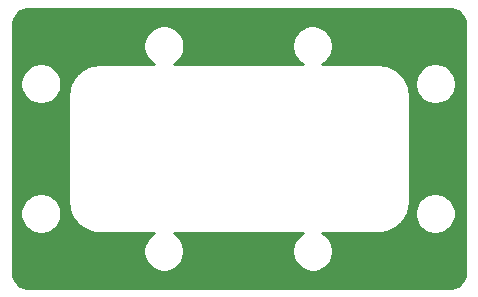
<source format=gtl>
G04 #@! TF.GenerationSoftware,KiCad,Pcbnew,(5.1.12)-1*
G04 #@! TF.CreationDate,2022-04-03T11:08:51+08:00*
G04 #@! TF.ProjectId,Nozzle,4e6f7a7a-6c65-42e6-9b69-6361645f7063,Gen3.1b*
G04 #@! TF.SameCoordinates,Original*
G04 #@! TF.FileFunction,Copper,L1,Top*
G04 #@! TF.FilePolarity,Positive*
%FSLAX46Y46*%
G04 Gerber Fmt 4.6, Leading zero omitted, Abs format (unit mm)*
G04 Created by KiCad (PCBNEW (5.1.12)-1) date 2022-04-03 11:08:51*
%MOMM*%
%LPD*%
G01*
G04 APERTURE LIST*
G04 #@! TA.AperFunction,NonConductor*
%ADD10C,0.254000*%
G04 #@! TD*
G04 #@! TA.AperFunction,NonConductor*
%ADD11C,0.100000*%
G04 #@! TD*
G04 APERTURE END LIST*
D10*
X155967259Y-80215205D02*
X156217029Y-80290615D01*
X156447392Y-80413102D01*
X156649580Y-80578002D01*
X156815886Y-80779030D01*
X156939978Y-81008534D01*
X157017131Y-81257775D01*
X157047601Y-81547678D01*
X157047600Y-102494321D01*
X157018975Y-102786260D01*
X156943565Y-103036029D01*
X156821077Y-103266394D01*
X156656179Y-103468579D01*
X156455146Y-103634888D01*
X156225646Y-103758978D01*
X155976405Y-103836131D01*
X155686511Y-103866600D01*
X120141889Y-103866600D01*
X119849950Y-103837975D01*
X119600181Y-103762565D01*
X119369816Y-103640077D01*
X119167631Y-103475179D01*
X119001322Y-103274146D01*
X118877232Y-103044646D01*
X118800079Y-102795405D01*
X118769610Y-102505511D01*
X118769610Y-97352417D01*
X119410300Y-97352417D01*
X119410300Y-97694183D01*
X119476975Y-98029381D01*
X119607763Y-98345131D01*
X119797637Y-98629298D01*
X120039302Y-98870963D01*
X120323469Y-99060837D01*
X120639219Y-99191625D01*
X120974417Y-99258300D01*
X121316183Y-99258300D01*
X121651381Y-99191625D01*
X121967131Y-99060837D01*
X122251298Y-98870963D01*
X122492963Y-98629298D01*
X122682837Y-98345131D01*
X122813625Y-98029381D01*
X122880300Y-97694183D01*
X122880300Y-97352417D01*
X122813625Y-97017219D01*
X122682837Y-96701469D01*
X122587655Y-96559018D01*
X123449601Y-96559018D01*
X123452453Y-96587972D01*
X123452366Y-96600381D01*
X123453266Y-96609552D01*
X123494067Y-96997745D01*
X123506088Y-97056308D01*
X123517303Y-97115101D01*
X123519967Y-97123923D01*
X123635391Y-97496798D01*
X123658576Y-97551953D01*
X123680980Y-97607406D01*
X123685307Y-97615543D01*
X123870958Y-97958898D01*
X123904381Y-98008449D01*
X123937163Y-98058546D01*
X123942988Y-98065687D01*
X124191795Y-98366441D01*
X124234230Y-98408581D01*
X124276093Y-98451330D01*
X124283193Y-98457204D01*
X124585678Y-98703905D01*
X124635505Y-98737009D01*
X124684860Y-98770804D01*
X124692966Y-98775187D01*
X125037608Y-98958437D01*
X125092912Y-98981231D01*
X125147896Y-99004798D01*
X125156699Y-99007523D01*
X125530371Y-99120341D01*
X125589059Y-99131961D01*
X125647562Y-99144397D01*
X125656727Y-99145360D01*
X126045196Y-99183450D01*
X126045199Y-99183450D01*
X126077182Y-99186600D01*
X130724115Y-99186600D01*
X130440602Y-99376037D01*
X130198937Y-99617702D01*
X130009063Y-99901869D01*
X129878275Y-100217619D01*
X129811600Y-100552817D01*
X129811600Y-100894583D01*
X129878275Y-101229781D01*
X130009063Y-101545531D01*
X130198937Y-101829698D01*
X130440602Y-102071363D01*
X130724769Y-102261237D01*
X131040519Y-102392025D01*
X131375717Y-102458700D01*
X131717483Y-102458700D01*
X132052681Y-102392025D01*
X132368431Y-102261237D01*
X132652598Y-102071363D01*
X132894263Y-101829698D01*
X133084137Y-101545531D01*
X133214925Y-101229781D01*
X133281600Y-100894583D01*
X133281600Y-100552817D01*
X133214925Y-100217619D01*
X133084137Y-99901869D01*
X132894263Y-99617702D01*
X132652598Y-99376037D01*
X132369085Y-99186600D01*
X143322515Y-99186600D01*
X143039002Y-99376037D01*
X142797337Y-99617702D01*
X142607463Y-99901869D01*
X142476675Y-100217619D01*
X142410000Y-100552817D01*
X142410000Y-100894583D01*
X142476675Y-101229781D01*
X142607463Y-101545531D01*
X142797337Y-101829698D01*
X143039002Y-102071363D01*
X143323169Y-102261237D01*
X143638919Y-102392025D01*
X143974117Y-102458700D01*
X144315883Y-102458700D01*
X144651081Y-102392025D01*
X144966831Y-102261237D01*
X145250998Y-102071363D01*
X145492663Y-101829698D01*
X145682537Y-101545531D01*
X145813325Y-101229781D01*
X145880000Y-100894583D01*
X145880000Y-100552817D01*
X145813325Y-100217619D01*
X145682537Y-99901869D01*
X145492663Y-99617702D01*
X145250998Y-99376037D01*
X144967485Y-99186600D01*
X149740019Y-99186600D01*
X149768973Y-99183748D01*
X149781381Y-99183835D01*
X149790552Y-99182935D01*
X150178745Y-99142134D01*
X150237308Y-99130113D01*
X150296101Y-99118898D01*
X150304923Y-99116234D01*
X150677798Y-99000810D01*
X150732953Y-98977625D01*
X150788406Y-98955221D01*
X150796543Y-98950894D01*
X151139898Y-98765243D01*
X151189449Y-98731820D01*
X151239546Y-98699038D01*
X151246687Y-98693213D01*
X151547441Y-98444406D01*
X151589581Y-98401971D01*
X151632330Y-98360108D01*
X151638204Y-98353008D01*
X151884905Y-98050523D01*
X151918009Y-98000696D01*
X151951804Y-97951341D01*
X151956187Y-97943235D01*
X152139437Y-97598593D01*
X152162231Y-97543289D01*
X152185798Y-97488305D01*
X152188523Y-97479502D01*
X152226892Y-97352417D01*
X152798600Y-97352417D01*
X152798600Y-97694183D01*
X152865275Y-98029381D01*
X152996063Y-98345131D01*
X153185937Y-98629298D01*
X153427602Y-98870963D01*
X153711769Y-99060837D01*
X154027519Y-99191625D01*
X154362717Y-99258300D01*
X154704483Y-99258300D01*
X155039681Y-99191625D01*
X155355431Y-99060837D01*
X155639598Y-98870963D01*
X155881263Y-98629298D01*
X156071137Y-98345131D01*
X156201925Y-98029381D01*
X156268600Y-97694183D01*
X156268600Y-97352417D01*
X156201925Y-97017219D01*
X156071137Y-96701469D01*
X155881263Y-96417302D01*
X155639598Y-96175637D01*
X155355431Y-95985763D01*
X155039681Y-95854975D01*
X154704483Y-95788300D01*
X154362717Y-95788300D01*
X154027519Y-95854975D01*
X153711769Y-95985763D01*
X153427602Y-96175637D01*
X153185937Y-96417302D01*
X152996063Y-96701469D01*
X152865275Y-97017219D01*
X152798600Y-97352417D01*
X152226892Y-97352417D01*
X152301341Y-97105830D01*
X152312961Y-97047142D01*
X152325397Y-96988639D01*
X152326360Y-96979474D01*
X152364450Y-96591005D01*
X152364450Y-96591002D01*
X152367600Y-96559019D01*
X152367600Y-87494182D01*
X152364748Y-87465228D01*
X152364835Y-87452820D01*
X152363935Y-87443648D01*
X152323134Y-87055456D01*
X152311114Y-86996900D01*
X152299898Y-86938099D01*
X152297234Y-86929278D01*
X152181810Y-86556403D01*
X152158625Y-86501248D01*
X152136221Y-86445795D01*
X152131894Y-86437659D01*
X152131894Y-86437658D01*
X152131891Y-86437654D01*
X152086778Y-86354217D01*
X152811300Y-86354217D01*
X152811300Y-86695983D01*
X152877975Y-87031181D01*
X153008763Y-87346931D01*
X153198637Y-87631098D01*
X153440302Y-87872763D01*
X153724469Y-88062637D01*
X154040219Y-88193425D01*
X154375417Y-88260100D01*
X154717183Y-88260100D01*
X155052381Y-88193425D01*
X155368131Y-88062637D01*
X155652298Y-87872763D01*
X155893963Y-87631098D01*
X156083837Y-87346931D01*
X156214625Y-87031181D01*
X156281300Y-86695983D01*
X156281300Y-86354217D01*
X156214625Y-86019019D01*
X156083837Y-85703269D01*
X155893963Y-85419102D01*
X155652298Y-85177437D01*
X155368131Y-84987563D01*
X155052381Y-84856775D01*
X154717183Y-84790100D01*
X154375417Y-84790100D01*
X154040219Y-84856775D01*
X153724469Y-84987563D01*
X153440302Y-85177437D01*
X153198637Y-85419102D01*
X153008763Y-85703269D01*
X152877975Y-86019019D01*
X152811300Y-86354217D01*
X152086778Y-86354217D01*
X151946243Y-86094303D01*
X151912787Y-86044702D01*
X151880037Y-85994655D01*
X151874213Y-85987514D01*
X151625406Y-85686759D01*
X151582971Y-85644620D01*
X151541108Y-85601870D01*
X151534007Y-85595997D01*
X151231523Y-85349296D01*
X151181707Y-85316199D01*
X151132341Y-85282396D01*
X151124235Y-85278014D01*
X150779593Y-85094764D01*
X150724287Y-85071969D01*
X150669304Y-85048403D01*
X150660501Y-85045678D01*
X150286830Y-84932860D01*
X150228142Y-84921240D01*
X150169639Y-84908804D01*
X150160474Y-84907841D01*
X149772005Y-84869751D01*
X149772002Y-84869751D01*
X149740019Y-84866601D01*
X144943595Y-84866601D01*
X144954131Y-84862237D01*
X145238298Y-84672363D01*
X145479963Y-84430698D01*
X145669837Y-84146531D01*
X145800625Y-83830781D01*
X145867300Y-83495583D01*
X145867300Y-83153817D01*
X145800625Y-82818619D01*
X145669837Y-82502869D01*
X145479963Y-82218702D01*
X145238298Y-81977037D01*
X144954131Y-81787163D01*
X144638381Y-81656375D01*
X144303183Y-81589700D01*
X143961417Y-81589700D01*
X143626219Y-81656375D01*
X143310469Y-81787163D01*
X143026302Y-81977037D01*
X142784637Y-82218702D01*
X142594763Y-82502869D01*
X142463975Y-82818619D01*
X142397300Y-83153817D01*
X142397300Y-83495583D01*
X142463975Y-83830781D01*
X142594763Y-84146531D01*
X142784637Y-84430698D01*
X143026302Y-84672363D01*
X143310469Y-84862237D01*
X143321005Y-84866601D01*
X132370595Y-84866601D01*
X132381131Y-84862237D01*
X132665298Y-84672363D01*
X132906963Y-84430698D01*
X133096837Y-84146531D01*
X133227625Y-83830781D01*
X133294300Y-83495583D01*
X133294300Y-83153817D01*
X133227625Y-82818619D01*
X133096837Y-82502869D01*
X132906963Y-82218702D01*
X132665298Y-81977037D01*
X132381131Y-81787163D01*
X132065381Y-81656375D01*
X131730183Y-81589700D01*
X131388417Y-81589700D01*
X131053219Y-81656375D01*
X130737469Y-81787163D01*
X130453302Y-81977037D01*
X130211637Y-82218702D01*
X130021763Y-82502869D01*
X129890975Y-82818619D01*
X129824300Y-83153817D01*
X129824300Y-83495583D01*
X129890975Y-83830781D01*
X130021763Y-84146531D01*
X130211637Y-84430698D01*
X130453302Y-84672363D01*
X130737469Y-84862237D01*
X130748005Y-84866601D01*
X126077182Y-84866601D01*
X126048228Y-84869453D01*
X126035820Y-84869366D01*
X126026648Y-84870266D01*
X125638456Y-84911067D01*
X125579900Y-84923087D01*
X125521099Y-84934303D01*
X125512278Y-84936967D01*
X125139403Y-85052391D01*
X125084248Y-85075576D01*
X125028795Y-85097980D01*
X125020663Y-85102305D01*
X125020658Y-85102307D01*
X125020654Y-85102310D01*
X124677303Y-85287958D01*
X124627702Y-85321414D01*
X124577655Y-85354164D01*
X124570514Y-85359988D01*
X124269759Y-85608795D01*
X124227620Y-85651230D01*
X124184870Y-85693093D01*
X124178997Y-85700194D01*
X123932296Y-86002678D01*
X123899199Y-86052494D01*
X123865396Y-86101860D01*
X123861014Y-86109966D01*
X123677764Y-86454608D01*
X123654969Y-86509914D01*
X123631403Y-86564897D01*
X123628678Y-86573700D01*
X123515860Y-86947371D01*
X123504240Y-87006059D01*
X123491804Y-87064562D01*
X123490841Y-87073727D01*
X123452751Y-87462196D01*
X123452751Y-87462209D01*
X123449602Y-87494182D01*
X123449601Y-96559018D01*
X122587655Y-96559018D01*
X122492963Y-96417302D01*
X122251298Y-96175637D01*
X121967131Y-95985763D01*
X121651381Y-95854975D01*
X121316183Y-95788300D01*
X120974417Y-95788300D01*
X120639219Y-95854975D01*
X120323469Y-95985763D01*
X120039302Y-96175637D01*
X119797637Y-96417302D01*
X119607763Y-96701469D01*
X119476975Y-97017219D01*
X119410300Y-97352417D01*
X118769610Y-97352417D01*
X118769610Y-86354217D01*
X119410300Y-86354217D01*
X119410300Y-86695983D01*
X119476975Y-87031181D01*
X119607763Y-87346931D01*
X119797637Y-87631098D01*
X120039302Y-87872763D01*
X120323469Y-88062637D01*
X120639219Y-88193425D01*
X120974417Y-88260100D01*
X121316183Y-88260100D01*
X121651381Y-88193425D01*
X121967131Y-88062637D01*
X122251298Y-87872763D01*
X122492963Y-87631098D01*
X122682837Y-87346931D01*
X122813625Y-87031181D01*
X122880300Y-86695983D01*
X122880300Y-86354217D01*
X122813625Y-86019019D01*
X122682837Y-85703269D01*
X122492963Y-85419102D01*
X122251298Y-85177437D01*
X121967131Y-84987563D01*
X121651381Y-84856775D01*
X121316183Y-84790100D01*
X120974417Y-84790100D01*
X120639219Y-84856775D01*
X120323469Y-84987563D01*
X120039302Y-85177437D01*
X119797637Y-85419102D01*
X119607763Y-85703269D01*
X119476975Y-86019019D01*
X119410300Y-86354217D01*
X118769610Y-86354217D01*
X118769610Y-81558859D01*
X118798235Y-81266921D01*
X118873645Y-81017151D01*
X118996132Y-80786788D01*
X119161032Y-80584600D01*
X119362060Y-80418294D01*
X119591564Y-80294202D01*
X119840805Y-80217049D01*
X120130698Y-80186580D01*
X155675321Y-80186580D01*
X155967259Y-80215205D01*
G04 #@! TA.AperFunction,NonConductor*
D11*
G36*
X155967259Y-80215205D02*
G01*
X156217029Y-80290615D01*
X156447392Y-80413102D01*
X156649580Y-80578002D01*
X156815886Y-80779030D01*
X156939978Y-81008534D01*
X157017131Y-81257775D01*
X157047601Y-81547678D01*
X157047600Y-102494321D01*
X157018975Y-102786260D01*
X156943565Y-103036029D01*
X156821077Y-103266394D01*
X156656179Y-103468579D01*
X156455146Y-103634888D01*
X156225646Y-103758978D01*
X155976405Y-103836131D01*
X155686511Y-103866600D01*
X120141889Y-103866600D01*
X119849950Y-103837975D01*
X119600181Y-103762565D01*
X119369816Y-103640077D01*
X119167631Y-103475179D01*
X119001322Y-103274146D01*
X118877232Y-103044646D01*
X118800079Y-102795405D01*
X118769610Y-102505511D01*
X118769610Y-97352417D01*
X119410300Y-97352417D01*
X119410300Y-97694183D01*
X119476975Y-98029381D01*
X119607763Y-98345131D01*
X119797637Y-98629298D01*
X120039302Y-98870963D01*
X120323469Y-99060837D01*
X120639219Y-99191625D01*
X120974417Y-99258300D01*
X121316183Y-99258300D01*
X121651381Y-99191625D01*
X121967131Y-99060837D01*
X122251298Y-98870963D01*
X122492963Y-98629298D01*
X122682837Y-98345131D01*
X122813625Y-98029381D01*
X122880300Y-97694183D01*
X122880300Y-97352417D01*
X122813625Y-97017219D01*
X122682837Y-96701469D01*
X122587655Y-96559018D01*
X123449601Y-96559018D01*
X123452453Y-96587972D01*
X123452366Y-96600381D01*
X123453266Y-96609552D01*
X123494067Y-96997745D01*
X123506088Y-97056308D01*
X123517303Y-97115101D01*
X123519967Y-97123923D01*
X123635391Y-97496798D01*
X123658576Y-97551953D01*
X123680980Y-97607406D01*
X123685307Y-97615543D01*
X123870958Y-97958898D01*
X123904381Y-98008449D01*
X123937163Y-98058546D01*
X123942988Y-98065687D01*
X124191795Y-98366441D01*
X124234230Y-98408581D01*
X124276093Y-98451330D01*
X124283193Y-98457204D01*
X124585678Y-98703905D01*
X124635505Y-98737009D01*
X124684860Y-98770804D01*
X124692966Y-98775187D01*
X125037608Y-98958437D01*
X125092912Y-98981231D01*
X125147896Y-99004798D01*
X125156699Y-99007523D01*
X125530371Y-99120341D01*
X125589059Y-99131961D01*
X125647562Y-99144397D01*
X125656727Y-99145360D01*
X126045196Y-99183450D01*
X126045199Y-99183450D01*
X126077182Y-99186600D01*
X130724115Y-99186600D01*
X130440602Y-99376037D01*
X130198937Y-99617702D01*
X130009063Y-99901869D01*
X129878275Y-100217619D01*
X129811600Y-100552817D01*
X129811600Y-100894583D01*
X129878275Y-101229781D01*
X130009063Y-101545531D01*
X130198937Y-101829698D01*
X130440602Y-102071363D01*
X130724769Y-102261237D01*
X131040519Y-102392025D01*
X131375717Y-102458700D01*
X131717483Y-102458700D01*
X132052681Y-102392025D01*
X132368431Y-102261237D01*
X132652598Y-102071363D01*
X132894263Y-101829698D01*
X133084137Y-101545531D01*
X133214925Y-101229781D01*
X133281600Y-100894583D01*
X133281600Y-100552817D01*
X133214925Y-100217619D01*
X133084137Y-99901869D01*
X132894263Y-99617702D01*
X132652598Y-99376037D01*
X132369085Y-99186600D01*
X143322515Y-99186600D01*
X143039002Y-99376037D01*
X142797337Y-99617702D01*
X142607463Y-99901869D01*
X142476675Y-100217619D01*
X142410000Y-100552817D01*
X142410000Y-100894583D01*
X142476675Y-101229781D01*
X142607463Y-101545531D01*
X142797337Y-101829698D01*
X143039002Y-102071363D01*
X143323169Y-102261237D01*
X143638919Y-102392025D01*
X143974117Y-102458700D01*
X144315883Y-102458700D01*
X144651081Y-102392025D01*
X144966831Y-102261237D01*
X145250998Y-102071363D01*
X145492663Y-101829698D01*
X145682537Y-101545531D01*
X145813325Y-101229781D01*
X145880000Y-100894583D01*
X145880000Y-100552817D01*
X145813325Y-100217619D01*
X145682537Y-99901869D01*
X145492663Y-99617702D01*
X145250998Y-99376037D01*
X144967485Y-99186600D01*
X149740019Y-99186600D01*
X149768973Y-99183748D01*
X149781381Y-99183835D01*
X149790552Y-99182935D01*
X150178745Y-99142134D01*
X150237308Y-99130113D01*
X150296101Y-99118898D01*
X150304923Y-99116234D01*
X150677798Y-99000810D01*
X150732953Y-98977625D01*
X150788406Y-98955221D01*
X150796543Y-98950894D01*
X151139898Y-98765243D01*
X151189449Y-98731820D01*
X151239546Y-98699038D01*
X151246687Y-98693213D01*
X151547441Y-98444406D01*
X151589581Y-98401971D01*
X151632330Y-98360108D01*
X151638204Y-98353008D01*
X151884905Y-98050523D01*
X151918009Y-98000696D01*
X151951804Y-97951341D01*
X151956187Y-97943235D01*
X152139437Y-97598593D01*
X152162231Y-97543289D01*
X152185798Y-97488305D01*
X152188523Y-97479502D01*
X152226892Y-97352417D01*
X152798600Y-97352417D01*
X152798600Y-97694183D01*
X152865275Y-98029381D01*
X152996063Y-98345131D01*
X153185937Y-98629298D01*
X153427602Y-98870963D01*
X153711769Y-99060837D01*
X154027519Y-99191625D01*
X154362717Y-99258300D01*
X154704483Y-99258300D01*
X155039681Y-99191625D01*
X155355431Y-99060837D01*
X155639598Y-98870963D01*
X155881263Y-98629298D01*
X156071137Y-98345131D01*
X156201925Y-98029381D01*
X156268600Y-97694183D01*
X156268600Y-97352417D01*
X156201925Y-97017219D01*
X156071137Y-96701469D01*
X155881263Y-96417302D01*
X155639598Y-96175637D01*
X155355431Y-95985763D01*
X155039681Y-95854975D01*
X154704483Y-95788300D01*
X154362717Y-95788300D01*
X154027519Y-95854975D01*
X153711769Y-95985763D01*
X153427602Y-96175637D01*
X153185937Y-96417302D01*
X152996063Y-96701469D01*
X152865275Y-97017219D01*
X152798600Y-97352417D01*
X152226892Y-97352417D01*
X152301341Y-97105830D01*
X152312961Y-97047142D01*
X152325397Y-96988639D01*
X152326360Y-96979474D01*
X152364450Y-96591005D01*
X152364450Y-96591002D01*
X152367600Y-96559019D01*
X152367600Y-87494182D01*
X152364748Y-87465228D01*
X152364835Y-87452820D01*
X152363935Y-87443648D01*
X152323134Y-87055456D01*
X152311114Y-86996900D01*
X152299898Y-86938099D01*
X152297234Y-86929278D01*
X152181810Y-86556403D01*
X152158625Y-86501248D01*
X152136221Y-86445795D01*
X152131894Y-86437659D01*
X152131894Y-86437658D01*
X152131891Y-86437654D01*
X152086778Y-86354217D01*
X152811300Y-86354217D01*
X152811300Y-86695983D01*
X152877975Y-87031181D01*
X153008763Y-87346931D01*
X153198637Y-87631098D01*
X153440302Y-87872763D01*
X153724469Y-88062637D01*
X154040219Y-88193425D01*
X154375417Y-88260100D01*
X154717183Y-88260100D01*
X155052381Y-88193425D01*
X155368131Y-88062637D01*
X155652298Y-87872763D01*
X155893963Y-87631098D01*
X156083837Y-87346931D01*
X156214625Y-87031181D01*
X156281300Y-86695983D01*
X156281300Y-86354217D01*
X156214625Y-86019019D01*
X156083837Y-85703269D01*
X155893963Y-85419102D01*
X155652298Y-85177437D01*
X155368131Y-84987563D01*
X155052381Y-84856775D01*
X154717183Y-84790100D01*
X154375417Y-84790100D01*
X154040219Y-84856775D01*
X153724469Y-84987563D01*
X153440302Y-85177437D01*
X153198637Y-85419102D01*
X153008763Y-85703269D01*
X152877975Y-86019019D01*
X152811300Y-86354217D01*
X152086778Y-86354217D01*
X151946243Y-86094303D01*
X151912787Y-86044702D01*
X151880037Y-85994655D01*
X151874213Y-85987514D01*
X151625406Y-85686759D01*
X151582971Y-85644620D01*
X151541108Y-85601870D01*
X151534007Y-85595997D01*
X151231523Y-85349296D01*
X151181707Y-85316199D01*
X151132341Y-85282396D01*
X151124235Y-85278014D01*
X150779593Y-85094764D01*
X150724287Y-85071969D01*
X150669304Y-85048403D01*
X150660501Y-85045678D01*
X150286830Y-84932860D01*
X150228142Y-84921240D01*
X150169639Y-84908804D01*
X150160474Y-84907841D01*
X149772005Y-84869751D01*
X149772002Y-84869751D01*
X149740019Y-84866601D01*
X144943595Y-84866601D01*
X144954131Y-84862237D01*
X145238298Y-84672363D01*
X145479963Y-84430698D01*
X145669837Y-84146531D01*
X145800625Y-83830781D01*
X145867300Y-83495583D01*
X145867300Y-83153817D01*
X145800625Y-82818619D01*
X145669837Y-82502869D01*
X145479963Y-82218702D01*
X145238298Y-81977037D01*
X144954131Y-81787163D01*
X144638381Y-81656375D01*
X144303183Y-81589700D01*
X143961417Y-81589700D01*
X143626219Y-81656375D01*
X143310469Y-81787163D01*
X143026302Y-81977037D01*
X142784637Y-82218702D01*
X142594763Y-82502869D01*
X142463975Y-82818619D01*
X142397300Y-83153817D01*
X142397300Y-83495583D01*
X142463975Y-83830781D01*
X142594763Y-84146531D01*
X142784637Y-84430698D01*
X143026302Y-84672363D01*
X143310469Y-84862237D01*
X143321005Y-84866601D01*
X132370595Y-84866601D01*
X132381131Y-84862237D01*
X132665298Y-84672363D01*
X132906963Y-84430698D01*
X133096837Y-84146531D01*
X133227625Y-83830781D01*
X133294300Y-83495583D01*
X133294300Y-83153817D01*
X133227625Y-82818619D01*
X133096837Y-82502869D01*
X132906963Y-82218702D01*
X132665298Y-81977037D01*
X132381131Y-81787163D01*
X132065381Y-81656375D01*
X131730183Y-81589700D01*
X131388417Y-81589700D01*
X131053219Y-81656375D01*
X130737469Y-81787163D01*
X130453302Y-81977037D01*
X130211637Y-82218702D01*
X130021763Y-82502869D01*
X129890975Y-82818619D01*
X129824300Y-83153817D01*
X129824300Y-83495583D01*
X129890975Y-83830781D01*
X130021763Y-84146531D01*
X130211637Y-84430698D01*
X130453302Y-84672363D01*
X130737469Y-84862237D01*
X130748005Y-84866601D01*
X126077182Y-84866601D01*
X126048228Y-84869453D01*
X126035820Y-84869366D01*
X126026648Y-84870266D01*
X125638456Y-84911067D01*
X125579900Y-84923087D01*
X125521099Y-84934303D01*
X125512278Y-84936967D01*
X125139403Y-85052391D01*
X125084248Y-85075576D01*
X125028795Y-85097980D01*
X125020663Y-85102305D01*
X125020658Y-85102307D01*
X125020654Y-85102310D01*
X124677303Y-85287958D01*
X124627702Y-85321414D01*
X124577655Y-85354164D01*
X124570514Y-85359988D01*
X124269759Y-85608795D01*
X124227620Y-85651230D01*
X124184870Y-85693093D01*
X124178997Y-85700194D01*
X123932296Y-86002678D01*
X123899199Y-86052494D01*
X123865396Y-86101860D01*
X123861014Y-86109966D01*
X123677764Y-86454608D01*
X123654969Y-86509914D01*
X123631403Y-86564897D01*
X123628678Y-86573700D01*
X123515860Y-86947371D01*
X123504240Y-87006059D01*
X123491804Y-87064562D01*
X123490841Y-87073727D01*
X123452751Y-87462196D01*
X123452751Y-87462209D01*
X123449602Y-87494182D01*
X123449601Y-96559018D01*
X122587655Y-96559018D01*
X122492963Y-96417302D01*
X122251298Y-96175637D01*
X121967131Y-95985763D01*
X121651381Y-95854975D01*
X121316183Y-95788300D01*
X120974417Y-95788300D01*
X120639219Y-95854975D01*
X120323469Y-95985763D01*
X120039302Y-96175637D01*
X119797637Y-96417302D01*
X119607763Y-96701469D01*
X119476975Y-97017219D01*
X119410300Y-97352417D01*
X118769610Y-97352417D01*
X118769610Y-86354217D01*
X119410300Y-86354217D01*
X119410300Y-86695983D01*
X119476975Y-87031181D01*
X119607763Y-87346931D01*
X119797637Y-87631098D01*
X120039302Y-87872763D01*
X120323469Y-88062637D01*
X120639219Y-88193425D01*
X120974417Y-88260100D01*
X121316183Y-88260100D01*
X121651381Y-88193425D01*
X121967131Y-88062637D01*
X122251298Y-87872763D01*
X122492963Y-87631098D01*
X122682837Y-87346931D01*
X122813625Y-87031181D01*
X122880300Y-86695983D01*
X122880300Y-86354217D01*
X122813625Y-86019019D01*
X122682837Y-85703269D01*
X122492963Y-85419102D01*
X122251298Y-85177437D01*
X121967131Y-84987563D01*
X121651381Y-84856775D01*
X121316183Y-84790100D01*
X120974417Y-84790100D01*
X120639219Y-84856775D01*
X120323469Y-84987563D01*
X120039302Y-85177437D01*
X119797637Y-85419102D01*
X119607763Y-85703269D01*
X119476975Y-86019019D01*
X119410300Y-86354217D01*
X118769610Y-86354217D01*
X118769610Y-81558859D01*
X118798235Y-81266921D01*
X118873645Y-81017151D01*
X118996132Y-80786788D01*
X119161032Y-80584600D01*
X119362060Y-80418294D01*
X119591564Y-80294202D01*
X119840805Y-80217049D01*
X120130698Y-80186580D01*
X155675321Y-80186580D01*
X155967259Y-80215205D01*
G37*
G04 #@! TD.AperFunction*
M02*

</source>
